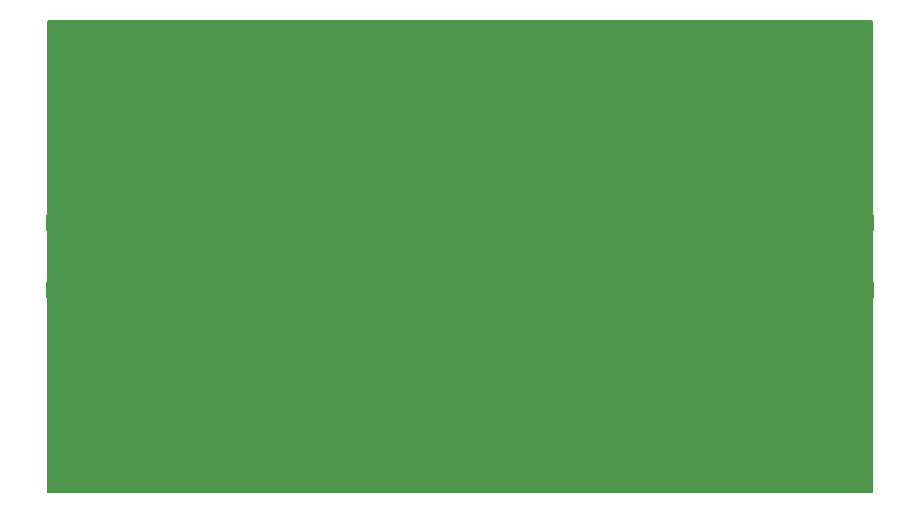
<source format=gbr>
%TF.GenerationSoftware,KiCad,Pcbnew,8.0.1*%
%TF.CreationDate,2024-04-27T21:04:21-04:00*%
%TF.ProjectId,S-Band Amplifier,532d4261-6e64-4204-916d-706c69666965,v1.0*%
%TF.SameCoordinates,Original*%
%TF.FileFunction,Soldermask,Bot*%
%TF.FilePolarity,Negative*%
%FSLAX46Y46*%
G04 Gerber Fmt 4.6, Leading zero omitted, Abs format (unit mm)*
G04 Created by KiCad (PCBNEW 8.0.1) date 2024-04-27 21:04:21*
%MOMM*%
%LPD*%
G01*
G04 APERTURE LIST*
%ADD10C,5.562600*%
%ADD11R,4.200000X1.350000*%
G04 APERTURE END LIST*
D10*
%TO.C,H2*%
X55000000Y-105000000D03*
%TD*%
%TO.C,H1*%
X80000000Y-75000000D03*
%TD*%
%TO.C,H4*%
X105000000Y-105000000D03*
%TD*%
D11*
%TO.C,J2*%
X46062500Y-87175000D03*
X46062500Y-92825000D03*
%TD*%
D10*
%TO.C,H6*%
X55000000Y-75000000D03*
%TD*%
%TO.C,H3*%
X105000000Y-75000000D03*
%TD*%
%TO.C,H5*%
X80000000Y-105000000D03*
%TD*%
D11*
%TO.C,J1*%
X111887500Y-92825000D03*
X111887500Y-87175000D03*
%TD*%
G36*
X113908039Y-70019685D02*
G01*
X113953794Y-70072489D01*
X113965000Y-70124000D01*
X113965000Y-109876000D01*
X113945315Y-109943039D01*
X113892511Y-109988794D01*
X113841000Y-110000000D01*
X44089000Y-110000000D01*
X44021961Y-109980315D01*
X43976206Y-109927511D01*
X43965000Y-109876000D01*
X43965000Y-70124000D01*
X43984685Y-70056961D01*
X44037489Y-70011206D01*
X44089000Y-70000000D01*
X113841000Y-70000000D01*
X113908039Y-70019685D01*
G37*
M02*

</source>
